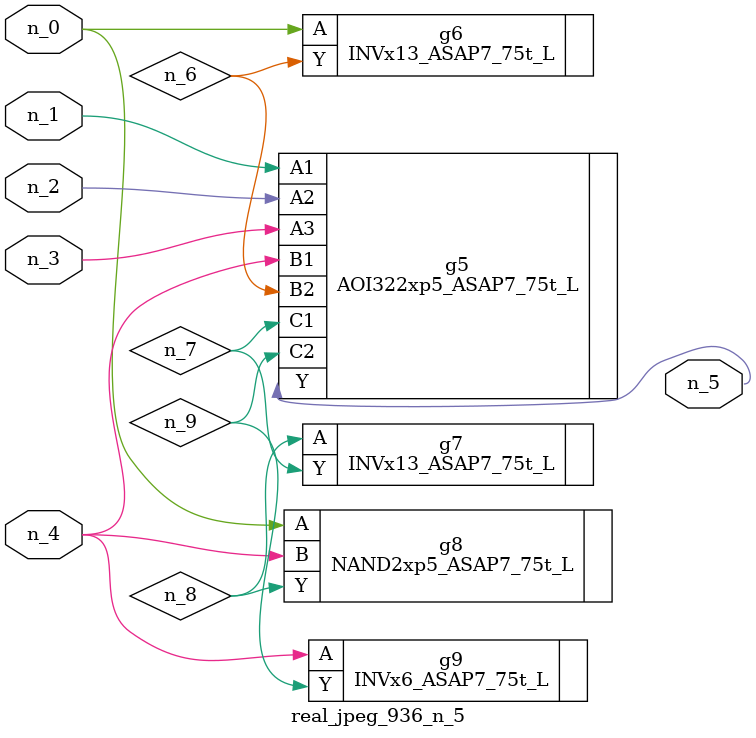
<source format=v>
module real_jpeg_936_n_5 (n_4, n_0, n_1, n_2, n_3, n_5);

input n_4;
input n_0;
input n_1;
input n_2;
input n_3;

output n_5;

wire n_8;
wire n_6;
wire n_7;
wire n_9;

INVx13_ASAP7_75t_L g6 ( 
.A(n_0),
.Y(n_6)
);

NAND2xp5_ASAP7_75t_L g8 ( 
.A(n_0),
.B(n_4),
.Y(n_8)
);

AOI322xp5_ASAP7_75t_L g5 ( 
.A1(n_1),
.A2(n_2),
.A3(n_3),
.B1(n_4),
.B2(n_6),
.C1(n_7),
.C2(n_9),
.Y(n_5)
);

INVx6_ASAP7_75t_L g9 ( 
.A(n_4),
.Y(n_9)
);

INVx13_ASAP7_75t_L g7 ( 
.A(n_8),
.Y(n_7)
);


endmodule
</source>
